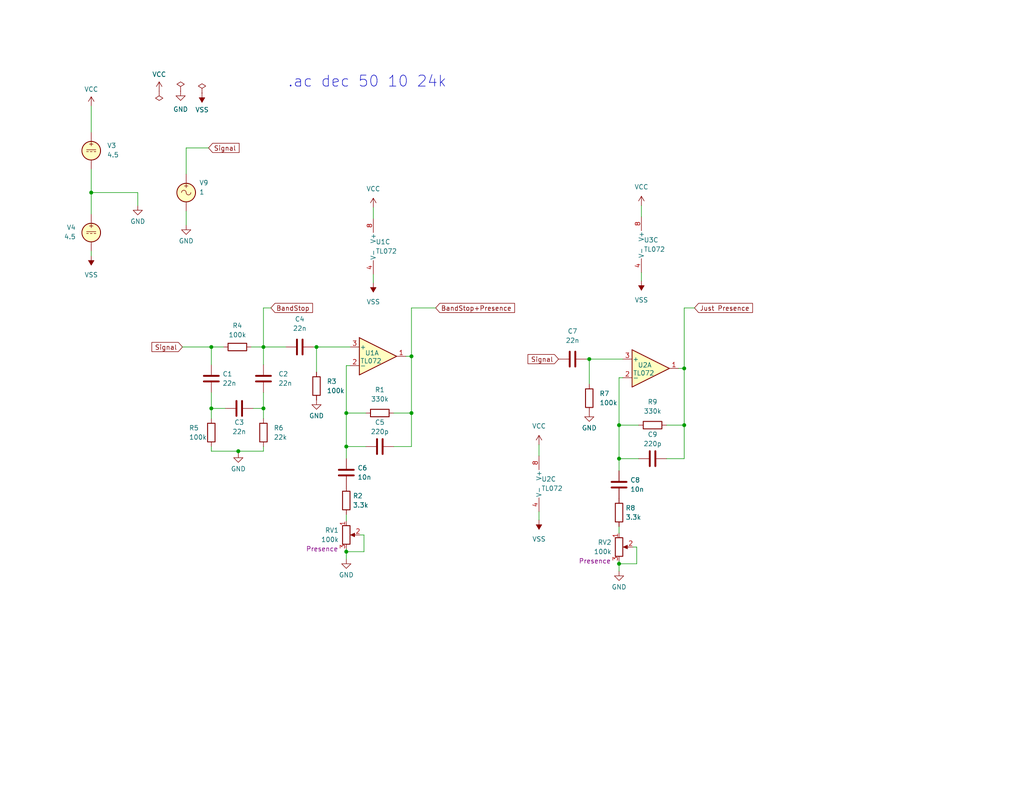
<source format=kicad_sch>
(kicad_sch (version 20231120) (generator "eeschema") (generator_version "8.0")
  (paper "A")
  (lib_symbols
    (symbol "Amplifier_Operational:TL072" (pin_names (offset 0.127))
      (property "Reference" "U" (at 0 5.08 0))
      (property "Value" "TL072" (at 0 -5.08 0))
      (symbol "TL072_1_1"
        (polyline (pts (xy -5.08 5.08) (xy 5.08 0) (xy -5.08 -5.08) (xy -5.08 5.08)) (stroke (width 0.254)) (fill (type background)))
        (pin output line (at 7.62 0 180) (length 2.54) (name "~") (number "1"))
        (pin input line (at -7.62 -2.54 0) (length 2.54) (name "-") (number "2"))
        (pin input line (at -7.62 2.54 0) (length 2.54) (name "+") (number "3"))
      )
      (symbol "TL072_2_1"
        (polyline (pts (xy -5.08 5.08) (xy 5.08 0) (xy -5.08 -5.08) (xy -5.08 5.08)) (stroke (width 0.254)) (fill (type background)))
        (pin input line (at -7.62 2.54 0) (length 2.54) (name "+") (number "5"))
        (pin input line (at -7.62 -2.54 0) (length 2.54) (name "-") (number "6"))
        (pin output line (at 7.62 0 180) (length 2.54) (name "~") (number "7"))
      )
      (symbol "TL072_3_1"
        (pin power_in line (at -2.54 -7.62 90) (length 3.81) (name "V-") (number "4"))
        (pin power_in line (at -2.54 7.62 270) (length 3.81) (name "V+") (number "8"))
      )
    )
    (symbol "Device:C" (pin_numbers hide) (pin_names (offset 0.254))
      (property "Reference" "C" (at 0.635 2.54 0))
      (property "Value" "C" (at 0.635 -2.54 0))
      (symbol "C_0_1"
        (polyline (pts (xy -2.032 -0.762) (xy 2.032 -0.762)) (stroke (width 0.508)))
        (polyline (pts (xy -2.032 0.762) (xy 2.032 0.762)) (stroke (width 0.508)))
      )
      (symbol "C_1_1"
        (pin passive line (at 0 3.81 270) (length 2.794) (name "~") (number "1"))
        (pin passive line (at 0 -3.81 90) (length 2.794) (name "~") (number "2"))
      )
    )
    (symbol "Device:R" (pin_numbers hide) (pin_names (offset 0))
      (property "Reference" "R" (at 2.032 0 90))
      (property "Value" "R" (at 0 0 90))
      (symbol "R_0_1"
        (rectangle (start -1.016 -2.54) (end 1.016 2.54) (stroke (width 0.254)))
      )
      (symbol "R_1_1"
        (pin passive line (at 0 3.81 270) (length 1.27) (name "~") (number "1"))
        (pin passive line (at 0 -3.81 90) (length 1.27) (name "~") (number "2"))
      )
    )
    (symbol "Device:R_Potentiometer" (pin_names (offset 1.016) hide)
      (property "Reference" "RV" (at -4.445 0 90))
      (property "Value" "R_Potentiometer" (at -2.54 0 90))
      (symbol "R_Potentiometer_0_1"
        (polyline (pts (xy 2.54 0) (xy 1.524 0)))
        (polyline (pts (xy 1.143 0) (xy 2.286 0.508) (xy 2.286 -0.508) (xy 1.143 0)) (fill (type outline)))
        (rectangle (start 1.016 2.54) (end -1.016 -2.54) (stroke (width 0.254)))
      )
      (symbol "R_Potentiometer_1_1"
        (pin passive line (at 0 3.81 270) (length 1.27) (name "1") (number "1"))
        (pin passive line (at 3.81 0 180) (length 1.27) (name "2") (number "2"))
        (pin passive line (at 0 -3.81 90) (length 1.27) (name "3") (number "3"))
      )
    )
    (symbol "Simulation_SPICE:VDC" (pin_numbers hide) (pin_names (offset 0.0254))
      (property "Reference" "V" (at 2.54 2.54 0))
      (property "Value" "1" (at 2.54 0 0))
      (symbol "VDC_0_0"
        (polyline (pts (xy -1.27 0.254) (xy 1.27 0.254)))
        (polyline (pts (xy -0.762 -0.254) (xy -1.27 -0.254)))
        (polyline (pts (xy 0.254 -0.254) (xy -0.254 -0.254)))
        (polyline (pts (xy 1.27 -0.254) (xy 0.762 -0.254)))
        (text "+" (at 0 1.905 0) (effects (font (size 1.27 1.27))))
      )
      (symbol "VDC_0_1"
        (circle (center 0 0) (radius 2.54) (stroke (width 0.254)) (fill (type background)))
      )
      (symbol "VDC_1_1"
        (pin passive line (at 0 5.08 270) (length 2.54) (name "~") (number "1"))
        (pin passive line (at 0 -5.08 90) (length 2.54) (name "~") (number "2"))
      )
    )
    (symbol "Simulation_SPICE:VSIN" (pin_numbers hide) (pin_names (offset 0.0254))
      (property "Reference" "V" (at 2.54 2.54 0))
      (property "Value" "VSIN" (at 2.54 0 0))
      (property "Sim.Params" "dc=0 ampl=1 f=1k ac=1" (at 2.54 -2.54 0))
      (symbol "VSIN_0_0"
        (arc (start 0 0) (mid -0.635 0.6323) (end -1.27 0))
        (arc (start 0 0) (mid 0.635 -0.6323) (end 1.27 0))
        (text "+" (at 0 1.905 0) (effects (font (size 1.27 1.27))))
      )
      (symbol "VSIN_0_1"
        (circle (center 0 0) (radius 2.54) (stroke (width 0.254)) (fill (type background)))
      )
      (symbol "VSIN_1_1"
        (pin passive line (at 0 5.08 270) (length 2.54) (name "~") (number "1"))
        (pin passive line (at 0 -5.08 90) (length 2.54) (name "~") (number "2"))
      )
    )
    (symbol "power:GND" (power) (pin_names (offset 0))
      (property "Value" "GND" (at 0 -3.81 0))
      (symbol "GND_0_1"
        (polyline (pts (xy 0 0) (xy 0 -1.27) (xy 1.27 -1.27) (xy 0 -2.54) (xy -1.27 -1.27) (xy 0 -1.27)))
      )
      (symbol "GND_1_1"
        (pin power_in line (at 0 0 270) (length 0) hide (name "GND") (number "1"))
      )
    )
    (symbol "power:PWR_FLAG" (power) (pin_numbers hide) (pin_names (offset 0) hide)
      (property "Value" "PWR_FLAG" (at 0 3.81 0))
      (symbol "PWR_FLAG_0_0"
        (pin power_out line (at 0 0 90) (length 0) (name "pwr") (number "1"))
      )
      (symbol "PWR_FLAG_0_1"
        (polyline (pts (xy 0 0) (xy 0 1.27) (xy -1.016 1.905) (xy 0 2.54) (xy 1.016 1.905) (xy 0 1.27)))
      )
    )
    (symbol "power:VCC" (power) (pin_names (offset 0))
      (property "Value" "VCC" (at 0 3.81 0))
      (symbol "VCC_0_1"
        (polyline (pts (xy -0.762 1.27) (xy 0 2.54)))
        (polyline (pts (xy 0 0) (xy 0 2.54)))
        (polyline (pts (xy 0 2.54) (xy 0.762 1.27)))
      )
      (symbol "VCC_1_1"
        (pin power_in line (at 0 0 90) (length 0) hide (name "VCC") (number "1"))
      )
    )
    (symbol "power:VSS" (power) (pin_names (offset 0))
      (property "Value" "VSS" (at 0 3.81 0))
      (symbol "VSS_0_1"
        (polyline (pts (xy 0 0) (xy 0 2.54)))
        (polyline (pts (xy 0.762 1.27) (xy -0.762 1.27) (xy 0 2.54) (xy 0.762 1.27)) (fill (type outline)))
      )
      (symbol "VSS_1_1"
        (pin power_in line (at 0 0 90) (length 0) hide (name "VSS") (number "1"))
      )
    )
  )
  (junction (at 186.69 100.584))
  (junction (at 94.488 112.776))
  (junction (at 86.36 94.742))
  (junction (at 94.488 150.622))
  (junction (at 94.488 121.92))
  (junction (at 65.024 123.19))
  (junction (at 112.268 97.282))
  (junction (at 24.892 52.578))
  (junction (at 168.91 125.222))
  (junction (at 57.658 111.506))
  (junction (at 57.658 94.742))
  (junction (at 168.91 116.078))
  (junction (at 112.268 112.776))
  (junction (at 160.782 98.044))
  (junction (at 186.69 116.078))
  (junction (at 168.91 153.924))
  (junction (at 71.882 111.506))
  (junction (at 71.882 94.742))
  (wire (pts (xy 175.006 56.134) (xy 175.006 59.182)))
  (wire (pts (xy 168.91 128.524) (xy 168.91 125.222)))
  (wire (pts (xy 50.8 40.386) (xy 50.8 47.498)))
  (wire (pts (xy 168.91 153.924) (xy 168.91 155.956)))
  (wire (pts (xy 112.268 121.92) (xy 112.268 112.776)))
  (wire (pts (xy 24.892 46.228) (xy 24.892 52.578)))
  (wire (pts (xy 57.658 121.92) (xy 57.658 123.19)))
  (wire (pts (xy 99.314 150.622) (xy 94.488 150.622)))
  (wire (pts (xy 173.736 153.924) (xy 168.91 153.924)))
  (wire (pts (xy 50.8 61.468) (xy 50.8 57.658)))
  (wire (pts (xy 118.872 84.074) (xy 112.268 84.074)))
  (wire (pts (xy 160.02 98.044) (xy 160.782 98.044)))
  (wire (pts (xy 95.504 99.822) (xy 94.488 99.822)))
  (wire (pts (xy 24.892 52.578) (xy 24.892 58.42)))
  (wire (pts (xy 168.91 143.764) (xy 168.91 145.542)))
  (wire (pts (xy 73.914 84.074) (xy 71.882 84.074)))
  (wire (pts (xy 173.736 149.352) (xy 173.736 153.924)))
  (wire (pts (xy 112.268 97.282) (xy 110.744 97.282)))
  (wire (pts (xy 85.598 94.742) (xy 86.36 94.742)))
  (wire (pts (xy 71.882 107.188) (xy 71.882 111.506)))
  (wire (pts (xy 186.69 100.584) (xy 185.166 100.584)))
  (wire (pts (xy 71.882 94.742) (xy 68.58 94.742)))
  (wire (pts (xy 94.488 150.622) (xy 94.488 152.654)))
  (wire (pts (xy 57.658 123.19) (xy 65.024 123.19)))
  (wire (pts (xy 169.926 103.124) (xy 168.91 103.124)))
  (wire (pts (xy 181.864 125.222) (xy 186.69 125.222)))
  (wire (pts (xy 71.882 114.3) (xy 71.882 111.506)))
  (wire (pts (xy 168.91 116.078) (xy 174.244 116.078)))
  (wire (pts (xy 112.268 112.776) (xy 112.268 97.282)))
  (wire (pts (xy 174.244 125.222) (xy 168.91 125.222)))
  (wire (pts (xy 24.892 28.956) (xy 24.892 36.068)))
  (wire (pts (xy 189.484 84.074) (xy 186.69 84.074)))
  (wire (pts (xy 107.442 121.92) (xy 112.268 121.92)))
  (wire (pts (xy 57.658 111.506) (xy 61.468 111.506)))
  (wire (pts (xy 56.896 40.386) (xy 50.8 40.386)))
  (wire (pts (xy 186.69 125.222) (xy 186.69 116.078)))
  (wire (pts (xy 94.488 112.776) (xy 99.822 112.776)))
  (wire (pts (xy 160.782 98.044) (xy 160.782 104.902)))
  (wire (pts (xy 175.006 74.422) (xy 175.006 76.708)))
  (wire (pts (xy 71.882 84.074) (xy 71.882 94.742)))
  (wire (pts (xy 94.488 121.92) (xy 94.488 112.776)))
  (wire (pts (xy 57.658 94.742) (xy 60.96 94.742)))
  (wire (pts (xy 112.268 84.074) (xy 112.268 97.282)))
  (wire (pts (xy 99.822 121.92) (xy 94.488 121.92)))
  (wire (pts (xy 65.024 123.698) (xy 65.024 123.19)))
  (wire (pts (xy 71.882 111.506) (xy 69.088 111.506)))
  (wire (pts (xy 71.882 99.568) (xy 71.882 94.742)))
  (wire (pts (xy 186.69 116.078) (xy 186.69 100.584)))
  (wire (pts (xy 160.782 98.044) (xy 169.926 98.044)))
  (wire (pts (xy 94.488 149.86) (xy 94.488 150.622)))
  (wire (pts (xy 168.91 103.124) (xy 168.91 116.078)))
  (wire (pts (xy 71.882 94.742) (xy 77.978 94.742)))
  (wire (pts (xy 57.658 94.742) (xy 57.658 99.568)))
  (wire (pts (xy 65.024 123.19) (xy 71.882 123.19)))
  (wire (pts (xy 94.488 99.822) (xy 94.488 112.776)))
  (wire (pts (xy 49.784 94.742) (xy 57.658 94.742)))
  (wire (pts (xy 101.854 56.642) (xy 101.854 59.69)))
  (wire (pts (xy 99.314 146.05) (xy 99.314 150.622)))
  (wire (pts (xy 172.72 149.352) (xy 173.736 149.352)))
  (wire (pts (xy 57.658 107.188) (xy 57.658 111.506)))
  (wire (pts (xy 147.066 139.7) (xy 147.066 141.986)))
  (wire (pts (xy 168.91 153.162) (xy 168.91 153.924)))
  (wire (pts (xy 37.592 56.134) (xy 37.592 52.578)))
  (wire (pts (xy 101.854 74.93) (xy 101.854 77.216)))
  (wire (pts (xy 98.298 146.05) (xy 99.314 146.05)))
  (wire (pts (xy 24.892 68.58) (xy 24.892 69.85)))
  (wire (pts (xy 181.864 116.078) (xy 186.69 116.078)))
  (wire (pts (xy 94.488 140.462) (xy 94.488 142.24)))
  (wire (pts (xy 186.69 84.074) (xy 186.69 100.584)))
  (wire (pts (xy 168.91 125.222) (xy 168.91 116.078)))
  (wire (pts (xy 57.658 111.506) (xy 57.658 114.3)))
  (wire (pts (xy 86.36 94.742) (xy 86.36 101.6)))
  (wire (pts (xy 86.36 94.742) (xy 95.504 94.742)))
  (wire (pts (xy 37.592 52.578) (xy 24.892 52.578)))
  (wire (pts (xy 107.442 112.776) (xy 112.268 112.776)))
  (wire (pts (xy 94.488 125.222) (xy 94.488 121.92)))
  (wire (pts (xy 71.882 123.19) (xy 71.882 121.92)))
  (wire (pts (xy 147.066 121.412) (xy 147.066 124.46)))
  (text ".ac dec 50 10 24k\n" (at 78.486 24.13 0) (effects (font (size 3 3)) (justify left bottom)))
  (global_label "BandStop" (shape input) (at 73.914 84.074 0) (property "Intersheetrefs" "${INTERSHEET_REFS}" (effects (hide yes))))
  (global_label "Signal" (shape input) (at 152.4 98.044 180) (property "Intersheetrefs" "${INTERSHEET_REFS}" (effects (hide yes))))
  (global_label "Just Presence" (shape input) (at 189.484 84.074 0) (property "Intersheetrefs" "${INTERSHEET_REFS}" (effects (hide yes))))
  (global_label "BandStop+Presence" (shape input) (at 118.872 84.074 0) (property "Intersheetrefs" "${INTERSHEET_REFS}" (effects (hide yes))))
  (global_label "Signal" (shape input) (at 56.896 40.386 0) (property "Intersheetrefs" "${INTERSHEET_REFS}" (effects (hide yes))))
  (global_label "Signal" (shape input) (at 49.784 94.742 180) (property "Intersheetrefs" "${INTERSHEET_REFS}" (effects (hide yes))))
  (symbol (lib_id "Device:C") (at 178.054 125.222 90) (unit 1)
    (property "Reference" "C9" (at 178.054 118.618 90))
    (property "Value" "220p" (at 178.054 121.158 90))
  )
  (symbol (lib_id "Simulation_SPICE:VDC") (at 24.892 41.148 0) (unit 1)
    (property "Reference" "V3" (at 29.21 39.7482 0) (effects (justify left)))
    (property "Value" "4.5" (at 29.21 42.2882 0) (effects (justify left)))
    (property "Sim.Pins" "1=+ 2=-" (effects (hide yes)))
    (property "Sim.Type" "DC" (effects (hide yes)))
    (property "Sim.Device" "V" (effects (hide yes)))
    (property "Sim.Params" "ac=0" (effects (hide yes)))
  )
  (symbol (lib_id "power:GND") (at 65.024 123.698 0) (unit 1)
    (property "Reference" "#PWR012" (effects (hide yes)))
    (property "Value" "GND" (at 65.024 128.016 0))
  )
  (symbol (lib_id "Device:C") (at 168.91 132.334 180) (unit 1)
    (property "Reference" "C8" (at 171.958 131.064 0) (effects (justify right)))
    (property "Value" "10n" (at 171.958 133.604 0) (effects (justify right)))
  )
  (symbol (lib_id "Device:R") (at 94.488 136.652 180) (unit 1)
    (property "Reference" "R2" (at 96.266 135.382 0) (effects (justify right)))
    (property "Value" "3.3k" (at 96.266 137.922 0) (effects (justify right)))
  )
  (symbol (lib_id "Device:R") (at 57.658 118.11 180) (unit 1)
    (property "Reference" "R5" (at 51.562 116.84 0) (effects (justify right)))
    (property "Value" "100k" (at 51.562 119.38 0) (effects (justify right)))
  )
  (symbol (lib_id "Simulation_SPICE:VDC") (at 24.892 63.5 0) (mirror y) (unit 1)
    (property "Reference" "V4" (at 20.701 62.1002 0) (effects (justify left)))
    (property "Value" "4.5" (at 20.701 64.6402 0) (effects (justify left)))
    (property "Sim.Pins" "1=+ 2=-" (effects (hide yes)))
    (property "Sim.Type" "DC" (effects (hide yes)))
    (property "Sim.Device" "V" (effects (hide yes)))
    (property "Sim.Params" "ac=0" (effects (hide yes)))
  )
  (symbol (lib_id "Device:R") (at 168.91 139.954 180) (unit 1)
    (property "Reference" "R8" (at 170.688 138.684 0) (effects (justify right)))
    (property "Value" "3.3k" (at 170.688 141.224 0) (effects (justify right)))
  )
  (symbol (lib_id "power:VCC") (at 24.892 28.956 0) (unit 1)
    (property "Reference" "#PWR03" (effects (hide yes)))
    (property "Value" "VCC" (at 24.892 24.384 0))
  )
  (symbol (lib_id "Device:R") (at 71.882 118.11 0) (unit 1)
    (property "Reference" "R6" (at 74.676 116.84 0) (effects (justify left)))
    (property "Value" "22k" (at 74.676 119.38 0) (effects (justify left)))
  )
  (symbol (lib_id "Device:R") (at 103.632 112.776 90) (unit 1)
    (property "Reference" "R1" (at 103.632 106.426 90))
    (property "Value" "330k" (at 103.632 108.966 90))
  )
  (symbol (lib_id "Device:C") (at 94.488 129.032 180) (unit 1)
    (property "Reference" "C6" (at 97.536 127.762 0) (effects (justify right)))
    (property "Value" "10n" (at 97.536 130.302 0) (effects (justify right)))
  )
  (symbol (lib_id "Amplifier_Operational:TL072") (at 103.124 97.282 0) (unit 1)
    (property "Reference" "U1" (at 101.4984 96.3676 0))
    (property "Value" "TL072" (at 101.219 98.552 0))
    (property "Datasheet" "http://www.ti.com/lit/ds/symlink/tl071.pdf" (effects (hide yes)))
    (property "Sim.Library" "../models/TL072.301" (effects (hide yes)))
    (property "Sim.Name" "TL072" (effects (hide yes)))
    (property "Sim.Pins" "1=5 2=2 3=1 4=4 8=3" (effects (hide yes)))
    (property "Sim.Device" "SUBCKT" (effects (hide yes)))
  )
  (symbol (lib_id "power:VSS") (at 101.854 77.216 180) (unit 1)
    (property "Reference" "#PWR09" (effects (hide yes)))
    (property "Value" "VSS" (at 101.854 82.423 0))
  )
  (symbol (lib_id "Amplifier_Operational:TL072") (at 177.546 66.802 0) (unit 3)
    (property "Reference" "U3" (at 175.641 65.5319 0) (effects (justify left)))
    (property "Value" "TL072" (at 175.641 68.0719 0) (effects (justify left)))
    (property "Datasheet" "http://www.ti.com/lit/ds/symlink/tl071.pdf" (effects (hide yes)))
    (property "Sim.Library" "../models/TL072.301" (effects (hide yes)))
    (property "Sim.Name" "TL072" (effects (hide yes)))
    (property "Sim.Pins" "1=5 2=2 3=1 4=4 8=3" (effects (hide yes)))
    (property "Sim.Device" "SUBCKT" (effects (hide yes)))
  )
  (symbol (lib_id "power:VCC") (at 101.854 56.642 0) (unit 1)
    (property "Reference" "#PWR02" (effects (hide yes)))
    (property "Value" "VCC" (at 101.854 51.562 0))
  )
  (symbol (lib_id "Device:C") (at 71.882 103.378 0) (unit 1)
    (property "Reference" "C2" (at 75.946 102.108 0) (effects (justify left)))
    (property "Value" "22n" (at 75.946 104.648 0) (effects (justify left)))
  )
  (symbol (lib_id "power:GND") (at 37.592 56.134 0) (unit 1)
    (property "Reference" "#PWR01" (effects (hide yes)))
    (property "Value" "GND" (at 37.592 60.452 0))
  )
  (symbol (lib_id "Device:R_Potentiometer") (at 94.488 146.05 0) (unit 1)
    (property "Reference" "RV1" (at 92.456 144.78 0) (effects (justify right)))
    (property "Value" "100k" (at 92.456 147.32 0) (effects (justify right)))
    (property "Label" "Presence" (at 87.884 149.86 0))
    (property "Sim.Device" "R" (effects (hide yes)))
    (property "Sim.Type" "POT" (effects (hide yes)))
    (property "Sim.Pins" "1=r0 2=wiper 3=r1" (effects (hide yes)))
    (property "Sim.Params" "r=100k" (effects (hide yes)))
  )
  (symbol (lib_id "Simulation_SPICE:VSIN") (at 50.8 52.578 0) (unit 1)
    (property "Reference" "V9" (at 54.356 49.9082 0) (effects (justify left)))
    (property "Value" "1" (at 54.356 52.4482 0) (effects (justify left)))
    (property "Sim.Pins" "1=+ 2=-" (effects (hide yes)))
    (property "Sim.Params" "dc=0 ampl=1 f=220 td=0 theta=0 phase=0 ac=1 ph=0" (effects (hide yes)))
    (property "Sim.Type" "SIN" (effects (hide yes)))
    (property "Sim.Device" "V" (effects (hide yes)))
  )
  (symbol (lib_id "Amplifier_Operational:TL072") (at 177.546 100.584 0) (unit 1)
    (property "Reference" "U2" (at 175.9204 99.6696 0))
    (property "Value" "TL072" (at 175.641 101.854 0))
    (property "Datasheet" "http://www.ti.com/lit/ds/symlink/tl071.pdf" (effects (hide yes)))
    (property "Sim.Library" "../models/TL072.301" (effects (hide yes)))
    (property "Sim.Name" "TL072" (effects (hide yes)))
    (property "Sim.Pins" "1=5 2=2 3=1 4=4 8=3" (effects (hide yes)))
    (property "Sim.Device" "SUBCKT" (effects (hide yes)))
  )
  (symbol (lib_id "power:GND") (at 94.488 152.654 0) (unit 1)
    (property "Reference" "#PWR011" (effects (hide yes)))
    (property "Value" "GND" (at 94.488 156.972 0))
  )
  (symbol (lib_id "power:PWR_FLAG") (at 49.276 24.892 0) (unit 1)
    (property "Reference" "#FLG03" (effects (hide yes)))
    (property "Value" "PWR_FLAG" (effects (hide yes)))
  )
  (symbol (lib_id "power:VCC") (at 147.066 121.412 0) (unit 1)
    (property "Reference" "#PWR015" (effects (hide yes)))
    (property "Value" "VCC" (at 147.066 116.332 0))
  )
  (symbol (lib_id "power:GND") (at 49.276 24.892 0) (unit 1)
    (property "Reference" "#PWR06" (effects (hide yes)))
    (property "Value" "GND" (at 49.276 29.845 0))
  )
  (symbol (lib_id "power:PWR_FLAG") (at 55.118 25.4 0) (unit 1)
    (property "Reference" "#FLG02" (effects (hide yes)))
    (property "Value" "PWR_FLAG" (effects (hide yes)))
  )
  (symbol (lib_id "power:VCC") (at 43.434 24.892 0) (unit 1)
    (property "Reference" "#PWR04" (effects (hide yes)))
    (property "Value" "VCC" (at 43.434 20.32 0))
  )
  (symbol (lib_id "Device:R_Potentiometer") (at 168.91 149.352 0) (unit 1)
    (property "Reference" "RV2" (at 166.878 148.082 0) (effects (justify right)))
    (property "Value" "100k" (at 166.878 150.622 0) (effects (justify right)))
    (property "Label" "Presence" (at 162.306 153.162 0))
    (property "Sim.Device" "R" (effects (hide yes)))
    (property "Sim.Type" "POT" (effects (hide yes)))
    (property "Sim.Pins" "1=r0 2=wiper 3=r1" (effects (hide yes)))
    (property "Sim.Params" "r=100k" (effects (hide yes)))
  )
  (symbol (lib_id "Device:C") (at 156.21 98.044 90) (unit 1)
    (property "Reference" "C7" (at 156.21 90.424 90))
    (property "Value" "22n" (at 156.21 92.964 90))
  )
  (symbol (lib_id "Amplifier_Operational:TL072") (at 104.394 67.31 0) (unit 3)
    (property "Reference" "U1" (at 102.489 66.0399 0) (effects (justify left)))
    (property "Value" "TL072" (at 102.489 68.5799 0) (effects (justify left)))
    (property "Datasheet" "http://www.ti.com/lit/ds/symlink/tl071.pdf" (effects (hide yes)))
    (property "Sim.Library" "../models/TL072.301" (effects (hide yes)))
    (property "Sim.Name" "TL072" (effects (hide yes)))
    (property "Sim.Pins" "1=5 2=2 3=1 4=4 8=3" (effects (hide yes)))
    (property "Sim.Device" "SUBCKT" (effects (hide yes)))
  )
  (symbol (lib_id "power:GND") (at 160.782 112.522 0) (unit 1)
    (property "Reference" "#PWR013" (effects (hide yes)))
    (property "Value" "GND" (at 160.782 116.84 0))
  )
  (symbol (lib_id "Device:R") (at 64.77 94.742 270) (unit 1)
    (property "Reference" "R4" (at 64.77 88.9 90))
    (property "Value" "100k" (at 64.77 91.44 90))
  )
  (symbol (lib_id "power:VSS") (at 147.066 141.986 180) (unit 1)
    (property "Reference" "#PWR016" (effects (hide yes)))
    (property "Value" "VSS" (at 147.066 147.193 0))
  )
  (symbol (lib_id "Device:R") (at 160.782 108.712 180) (unit 1)
    (property "Reference" "R7" (at 163.576 107.442 0) (effects (justify right)))
    (property "Value" "100k" (at 163.576 109.982 0) (effects (justify right)))
  )
  (symbol (lib_id "Device:C") (at 103.632 121.92 90) (unit 1)
    (property "Reference" "C5" (at 103.632 115.316 90))
    (property "Value" "220p" (at 103.632 117.856 90))
  )
  (symbol (lib_id "power:GND") (at 168.91 155.956 0) (unit 1)
    (property "Reference" "#PWR014" (effects (hide yes)))
    (property "Value" "GND" (at 168.91 160.274 0))
  )
  (symbol (lib_id "power:VCC") (at 175.006 56.134 0) (unit 1)
    (property "Reference" "#PWR017" (effects (hide yes)))
    (property "Value" "VCC" (at 175.006 51.054 0))
  )
  (symbol (lib_id "power:PWR_FLAG") (at 43.434 24.892 180) (unit 1)
    (property "Reference" "#FLG01" (effects (hide yes)))
    (property "Value" "PWR_FLAG" (effects (hide yes)))
  )
  (symbol (lib_id "power:GND") (at 50.8 61.468 0) (unit 1)
    (property "Reference" "#PWR07" (effects (hide yes)))
    (property "Value" "GND" (at 50.8 65.786 0))
  )
  (symbol (lib_id "Device:C") (at 65.278 111.506 90) (unit 1)
    (property "Reference" "C3" (at 65.278 115.316 90))
    (property "Value" "22n" (at 65.278 117.856 90))
  )
  (symbol (lib_id "Amplifier_Operational:TL072") (at 149.606 132.08 0) (unit 3)
    (property "Reference" "U2" (at 147.701 130.8099 0) (effects (justify left)))
    (property "Value" "TL072" (at 147.701 133.3499 0) (effects (justify left)))
    (property "Datasheet" "http://www.ti.com/lit/ds/symlink/tl071.pdf" (effects (hide yes)))
    (property "Sim.Library" "../models/TL072.301" (effects (hide yes)))
    (property "Sim.Name" "TL072" (effects (hide yes)))
    (property "Sim.Pins" "1=5 2=2 3=1 4=4 8=3" (effects (hide yes)))
    (property "Sim.Device" "SUBCKT" (effects (hide yes)))
  )
  (symbol (lib_id "power:GND") (at 86.36 109.22 0) (unit 1)
    (property "Reference" "#PWR010" (effects (hide yes)))
    (property "Value" "GND" (at 86.36 113.538 0))
  )
  (symbol (lib_id "power:VSS") (at 175.006 76.708 180) (unit 1)
    (property "Reference" "#PWR018" (effects (hide yes)))
    (property "Value" "VSS" (at 175.006 81.915 0))
  )
  (symbol (lib_id "power:VSS") (at 24.892 69.85 180) (unit 1)
    (property "Reference" "#PWR08" (effects (hide yes)))
    (property "Value" "VSS" (at 24.892 75.057 0))
  )
  (symbol (lib_id "power:VSS") (at 55.118 25.4 180) (unit 1)
    (property "Reference" "#PWR05" (effects (hide yes)))
    (property "Value" "VSS" (at 55.118 29.972 0))
  )
  (symbol (lib_id "Device:R") (at 86.36 105.41 180) (unit 1)
    (property "Reference" "R3" (at 89.154 104.14 0) (effects (justify right)))
    (property "Value" "100k" (at 89.154 106.68 0) (effects (justify right)))
  )
  (symbol (lib_id "Device:R") (at 178.054 116.078 90) (unit 1)
    (property "Reference" "R9" (at 178.054 109.728 90))
    (property "Value" "330k" (at 178.054 112.268 90))
  )
  (symbol (lib_id "Device:C") (at 57.658 103.378 0) (unit 1)
    (property "Reference" "C1" (at 60.706 102.108 0) (effects (justify left)))
    (property "Value" "22n" (at 60.706 104.648 0) (effects (justify left)))
  )
  (symbol (lib_id "Device:C") (at 81.788 94.742 90) (unit 1)
    (property "Reference" "C4" (at 81.788 87.122 90))
    (property "Value" "22n" (at 81.788 89.662 90))
  )
)
</source>
